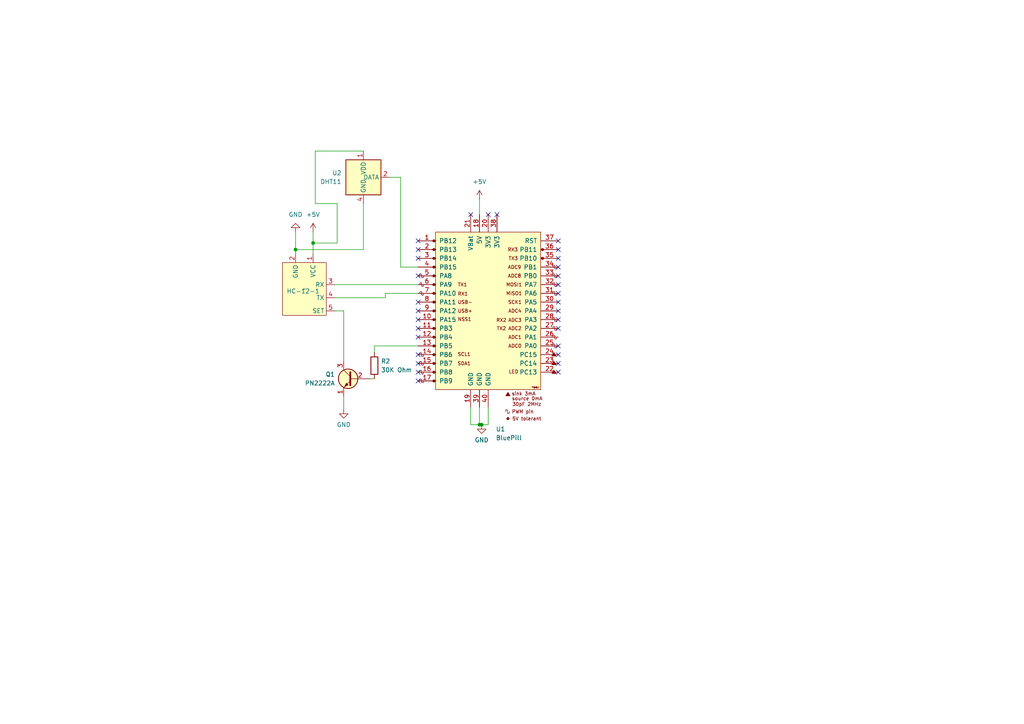
<source format=kicad_sch>
(kicad_sch (version 20230121) (generator eeschema)
  (paper "A4")
  (lib_symbols
    (symbol "Device:R" (pin_numbers hide) (pin_names (offset 0))
      (property "Reference" "R" (at 2.032 0 90))
      (property "Value" "R" (at 0 0 90))
      (symbol "R_0_1"
        (rectangle (start -1.016 -2.54) (end 1.016 2.54) (stroke (width 0.254)))
      )
      (symbol "R_1_1"
        (pin passive line (at 0 3.81 270) (length 1.27) (name "~") (number "1"))
        (pin passive line (at 0 -3.81 90) (length 1.27) (name "~") (number "2"))
      )
    )
    (symbol "PCM_Transistor_BJT_AKL:PN2222A" (pin_names hide)
      (property "Reference" "Q" (at 5.08 1.27 0))
      (property "Value" "PN2222A" (at 5.08 -1.27 0))
      (symbol "PN2222A_0_1"
        (polyline (pts (xy 0.635 0.635) (xy 2.54 2.54)))
        (polyline (pts (xy 0.635 -0.635) (xy 2.54 -2.54) (xy 2.54 -2.54)))
        (polyline (pts (xy 0.635 1.905) (xy 0.635 -1.905) (xy 0.635 -1.905)) (stroke (width 0.508)))
        (polyline (pts (xy 1.27 -1.778) (xy 1.778 -1.27) (xy 2.286 -2.286) (xy 1.27 -1.778) (xy 1.27 -1.778)) (fill (type outline)))
        (circle (center 1.27 0) (radius 2.8194) (stroke (width 0.254)) (fill (type background)))
      )
      (symbol "PN2222A_1_1"
        (pin passive line (at 2.54 -5.08 90) (length 2.54) (name "E") (number "1"))
        (pin passive line (at -5.08 0 0) (length 5.715) (name "B") (number "2"))
        (pin passive line (at 2.54 5.08 270) (length 2.54) (name "C") (number "3"))
      )
    )
    (symbol "Sensor:DHT11"
      (property "Reference" "U" (at -3.81 6.35 0))
      (property "Value" "DHT11" (at 3.81 6.35 0))
      (symbol "DHT11_0_1"
        (rectangle (start -5.08 5.08) (end 5.08 -5.08) (stroke (width 0.254)) (fill (type background)))
      )
      (symbol "DHT11_1_1"
        (pin power_in line (at 0 7.62 270) (length 2.54) (name "VDD") (number "1"))
        (pin bidirectional line (at 7.62 0 180) (length 2.54) (name "DATA") (number "2"))
        (pin no_connect line (at -5.08 0 0) (length 2.54) hide (name "NC") (number "3"))
        (pin power_in line (at 0 -7.62 90) (length 2.54) (name "GND") (number "4"))
      )
    )
    (symbol "power:+5V" (power) (pin_names (offset 0))
      (property "Value" "+5V" (at 0 3.556 0))
      (symbol "+5V_0_1"
        (polyline (pts (xy -0.762 1.27) (xy 0 2.54)))
        (polyline (pts (xy 0 0) (xy 0 2.54)))
        (polyline (pts (xy 0 2.54) (xy 0.762 1.27)))
      )
      (symbol "+5V_1_1"
        (pin power_in line (at 0 0 90) (length 0) hide (name "+5V") (number "1"))
      )
    )
    (symbol "power:GND" (power) (pin_names (offset 0))
      (property "Value" "GND" (at 0 -3.81 0))
      (symbol "GND_0_1"
        (polyline (pts (xy 0 0) (xy 0 -1.27) (xy 1.27 -1.27) (xy 0 -2.54) (xy -1.27 -1.27) (xy 0 -1.27)))
      )
      (symbol "GND_1_1"
        (pin power_in line (at 0 0 270) (length 0) hide (name "GND") (number "1"))
      )
    )
    (symbol "stm32_modules:BluePill" (pin_names (offset 1.016))
      (property "Reference" "U" (at -13.97 24.13 0))
      (property "Value" "BluePill" (at 0 6.35 90))
      (symbol "BluePill_0_0"
        (circle (center -15.748 -20.32) (radius 0.3556) (fill (type outline)))
        (circle (center -15.748 -17.78) (radius 0.3556) (fill (type outline)))
        (circle (center -15.748 -15.24) (radius 0.3556) (fill (type outline)))
        (circle (center -15.748 -12.7) (radius 0.3556) (fill (type outline)))
        (circle (center -15.748 -10.16) (radius 0.3556) (fill (type outline)))
        (circle (center -15.748 -7.62) (radius 0.3556) (fill (type outline)))
        (circle (center -15.748 -5.08) (radius 0.3556) (fill (type outline)))
        (circle (center -15.748 -2.54) (radius 0.3556) (fill (type outline)))
        (circle (center -15.748 0) (radius 0.3556) (fill (type outline)))
        (circle (center -15.748 2.54) (radius 0.3556) (fill (type outline)))
        (circle (center -15.748 5.08) (radius 0.3556) (fill (type outline)))
        (circle (center -15.748 7.62) (radius 0.3556) (fill (type outline)))
        (circle (center -15.748 10.16) (radius 0.3556) (fill (type outline)))
        (circle (center -15.748 12.7) (radius 0.3556) (fill (type outline)))
        (circle (center -15.748 15.24) (radius 0.3556) (fill (type outline)))
        (circle (center -15.748 20.32) (radius 0.3556) (fill (type outline)))
        (polyline (pts (xy 5.08 -24.638) (xy 5.715 -23.622) (xy 6.35 -24.638) (xy 5.08 -24.638) (xy 5.715 -23.749) (xy 6.223 -24.638) (xy 5.207 -24.511) (xy 5.715 -23.876) (xy 6.096 -24.638) (xy 5.334 -24.384) (xy 5.842 -24.003) (xy 5.969 -24.638) (xy 5.461 -24.257) (xy 5.969 -24.13) (xy 5.842 -24.511) (xy 5.588 -24.257) (xy 5.842 -24.384) (xy 5.715 -24.13)))
        (polyline (pts (xy 18.415 -18.161) (xy 19.05 -17.145) (xy 19.685 -18.161) (xy 18.415 -18.161) (xy 19.05 -17.272) (xy 19.558 -18.161) (xy 18.542 -18.034) (xy 19.05 -17.399) (xy 19.431 -18.161) (xy 18.669 -17.907) (xy 19.177 -17.526) (xy 19.304 -18.161) (xy 18.796 -17.78) (xy 19.304 -17.653) (xy 19.177 -18.034) (xy 18.923 -17.78) (xy 19.177 -17.907) (xy 19.05 -17.653)))
        (polyline (pts (xy 18.415 -15.621) (xy 19.05 -14.605) (xy 19.685 -15.621) (xy 18.415 -15.621) (xy 19.05 -14.732) (xy 19.558 -15.621) (xy 18.542 -15.494) (xy 19.05 -14.859) (xy 19.431 -15.621) (xy 18.669 -15.367) (xy 19.177 -14.986) (xy 19.304 -15.621) (xy 18.796 -15.24) (xy 19.304 -15.113) (xy 19.177 -15.494) (xy 18.923 -15.24) (xy 19.177 -15.367) (xy 19.05 -15.113)))
        (polyline (pts (xy 18.415 -13.081) (xy 19.05 -12.065) (xy 19.685 -13.081) (xy 18.415 -13.081) (xy 19.05 -12.192) (xy 19.558 -13.081) (xy 18.542 -12.954) (xy 19.05 -12.319) (xy 19.431 -13.081) (xy 18.669 -12.827) (xy 19.177 -12.446) (xy 19.304 -13.081) (xy 18.796 -12.7) (xy 19.304 -12.573) (xy 19.177 -12.954) (xy 18.923 -12.7) (xy 19.177 -12.827) (xy 19.05 -12.573)))
        (circle (center 5.715 -31.242) (radius 0.127) (fill (type outline)))
        (circle (center 5.715 -31.242) (radius 0.254))
        (circle (center 5.715 -31.242) (radius 0.3556))
        (circle (center 15.748 15.24) (radius 0.254) (fill (type outline)))
        (circle (center 15.748 15.24) (radius 0.3556))
        (circle (center 15.748 17.78) (radius 0.254) (fill (type outline)))
        (circle (center 15.748 17.78) (radius 0.3556))
        (text "30pF 2MHz" (at 11.176 -27.051 0) (effects (font (size 0.9906 0.9906))))
        (text "5V tolerant" (at 11.176 -31.242 0) (effects (font (size 0.9906 0.9906))))
        (text "ADC0" (at 7.747 -10.16 0) (effects (font (size 0.9906 0.9906))))
        (text "ADC1" (at 7.747 -7.62 0) (effects (font (size 0.9906 0.9906))))
        (text "ADC2" (at 7.747 -5.08 0) (effects (font (size 0.9906 0.9906))))
        (text "ADC3" (at 7.747 -2.667 0) (effects (font (size 0.9906 0.9906))))
        (text "ADC4" (at 7.747 0 0) (effects (font (size 0.9906 0.9906))))
        (text "ADC8" (at 7.62 10.16 0) (effects (font (size 0.9906 0.9906))))
        (text "ADC9" (at 7.62 12.7 0) (effects (font (size 0.9906 0.9906))))
        (text "LED" (at 7.366 -17.653 0) (effects (font (size 0.9906 0.9906))))
        (text "MISO1" (at 7.493 5.08 0) (effects (font (size 0.9906 0.9906))))
        (text "MOSI1" (at 7.493 7.62 0) (effects (font (size 0.9906 0.9906))))
        (text "NSS1" (at -6.858 -2.413 0) (effects (font (size 0.9906 0.9906))))
        (text "PWM pin" (at 10.033 -29.21 0) (effects (font (size 0.9906 0.9906))))
        (text "RX1" (at -7.366 4.953 0) (effects (font (size 0.9906 0.9906))))
        (text "RX2" (at 3.81 -2.667 0) (effects (font (size 0.9906 0.9906))))
        (text "RX3" (at 7.112 17.78 0) (effects (font (size 0.9906 0.9906))))
        (text "SCK1" (at 7.747 2.54 0) (effects (font (size 0.9906 0.9906))))
        (text "SCL1" (at -6.985 -12.573 0) (effects (font (size 0.9906 0.9906))))
        (text "SDA1" (at -6.985 -15.24 0) (effects (font (size 0.9906 0.9906))))
        (text "sink 3mA" (at 10.287 -24.003 0) (effects (font (size 0.9906 0.9906))))
        (text "source 0mA" (at 11.303 -25.4 0) (effects (font (size 0.9906 0.9906))))
        (text "TX1" (at -7.493 7.62 0) (effects (font (size 0.9906 0.9906))))
        (text "TX2" (at 3.81 -5.08 0) (effects (font (size 0.9906 0.9906))))
        (text "TX3" (at 7.239 15.24 0) (effects (font (size 0.9906 0.9906))))
        (text "USB+" (at -6.731 0 0) (effects (font (size 0.9906 0.9906))))
        (text "USB-" (at -6.731 2.54 0) (effects (font (size 0.9906 0.9906))))
        (text "Y@@J" (at 13.6906 -22.1488 0) (effects (font (size 0.508 0.508))))
      )
      (symbol "BluePill_0_1"
        (rectangle (start -15.24 22.86) (end 15.24 -22.86) (fill (type background)))
        (polyline (pts (xy -18.796 -20.32) (xy -18.796 -20.828) (xy -19.304 -20.828) (xy -19.304 -19.812) (xy -19.812 -19.812) (xy -19.812 -20.32)))
        (polyline (pts (xy -18.796 -17.78) (xy -18.796 -18.288) (xy -19.304 -18.288) (xy -19.304 -17.272) (xy -19.812 -17.272) (xy -19.812 -17.78)))
        (polyline (pts (xy -18.796 -15.24) (xy -18.796 -15.748) (xy -19.304 -15.748) (xy -19.304 -14.732) (xy -19.812 -14.732) (xy -19.812 -15.24)))
        (polyline (pts (xy -18.796 -12.7) (xy -18.796 -13.208) (xy -19.304 -13.208) (xy -19.304 -12.192) (xy -19.812 -12.192) (xy -19.812 -12.7)))
        (polyline (pts (xy -18.796 5.08) (xy -18.796 4.572) (xy -19.304 4.572) (xy -19.304 5.588) (xy -19.812 5.588) (xy -19.812 5.08)))
        (polyline (pts (xy -18.796 7.62) (xy -18.796 7.112) (xy -19.304 7.112) (xy -19.304 8.128) (xy -19.812 8.128) (xy -19.812 7.62)))
        (polyline (pts (xy -18.796 10.16) (xy -18.796 9.652) (xy -19.304 9.652) (xy -19.304 10.668) (xy -19.812 10.668) (xy -19.812 10.16)))
        (polyline (pts (xy 6.096 -29.21) (xy 6.096 -29.718) (xy 5.588 -29.718) (xy 5.588 -28.702) (xy 5.08 -28.702) (xy 5.08 -29.21)))
        (polyline (pts (xy 19.812 -10.16) (xy 19.812 -10.668) (xy 19.304 -10.668) (xy 19.304 -9.652) (xy 18.796 -9.652) (xy 18.796 -10.16)))
        (polyline (pts (xy 19.812 -7.62) (xy 19.812 -8.128) (xy 19.304 -8.128) (xy 19.304 -7.112) (xy 18.796 -7.112) (xy 18.796 -7.62)))
        (polyline (pts (xy 19.812 -5.08) (xy 19.812 -5.588) (xy 19.304 -5.588) (xy 19.304 -4.572) (xy 18.796 -4.572) (xy 18.796 -5.08)))
        (polyline (pts (xy 19.812 -2.54) (xy 19.812 -3.048) (xy 19.304 -3.048) (xy 19.304 -2.032) (xy 18.796 -2.032) (xy 18.796 -2.54)))
        (polyline (pts (xy 19.812 5.08) (xy 19.812 4.572) (xy 19.304 4.572) (xy 19.304 5.588) (xy 18.796 5.588) (xy 18.796 5.08)))
        (polyline (pts (xy 19.812 7.62) (xy 19.812 7.112) (xy 19.304 7.112) (xy 19.304 8.128) (xy 18.796 8.128) (xy 18.796 7.62)))
        (polyline (pts (xy 19.812 10.16) (xy 19.812 9.652) (xy 19.304 9.652) (xy 19.304 10.668) (xy 18.796 10.668) (xy 18.796 10.16)))
        (polyline (pts (xy 19.812 12.7) (xy 19.812 12.192) (xy 19.304 12.192) (xy 19.304 13.208) (xy 18.796 13.208) (xy 18.796 12.7)))
      )
      (symbol "BluePill_1_1"
        (circle (center -15.748 17.78) (radius 0.3556) (fill (type outline)))
        (pin bidirectional line (at -20.32 20.32 0) (length 5.08) (name "PB12") (number "1"))
        (pin bidirectional line (at -20.32 -2.54 0) (length 5.08) (name "PA15") (number "10"))
        (pin bidirectional line (at -20.32 -5.08 0) (length 5.08) (name "PB3") (number "11"))
        (pin bidirectional line (at -20.32 -7.62 0) (length 5.08) (name "PB4") (number "12"))
        (pin bidirectional line (at -20.32 -10.16 0) (length 5.08) (name "PB5") (number "13"))
        (pin bidirectional line (at -20.32 -12.7 0) (length 5.08) (name "PB6") (number "14"))
        (pin bidirectional line (at -20.32 -15.24 0) (length 5.08) (name "PB7") (number "15"))
        (pin bidirectional line (at -20.32 -17.78 0) (length 5.08) (name "PB8") (number "16"))
        (pin bidirectional line (at -20.32 -20.32 0) (length 5.08) (name "PB9") (number "17"))
        (pin power_in line (at -2.54 27.94 270) (length 5.08) (name "5V") (number "18"))
        (pin power_in line (at -5.08 -27.94 90) (length 5.08) (name "GND") (number "19"))
        (pin bidirectional line (at -20.32 17.78 0) (length 5.08) (name "PB13") (number "2"))
        (pin power_in line (at 0 27.94 270) (length 5.08) (name "3V3") (number "20"))
        (pin power_in line (at -5.08 27.94 270) (length 5.08) (name "VBat") (number "21"))
        (pin bidirectional line (at 20.32 -17.78 180) (length 5.08) (name "PC13") (number "22"))
        (pin bidirectional line (at 20.32 -15.24 180) (length 5.08) (name "PC14") (number "23"))
        (pin bidirectional line (at 20.32 -12.7 180) (length 5.08) (name "PC15") (number "24"))
        (pin bidirectional line (at 20.32 -10.16 180) (length 5.08) (name "PA0") (number "25"))
        (pin bidirectional line (at 20.32 -7.62 180) (length 5.08) (name "PA1") (number "26"))
        (pin bidirectional line (at 20.32 -5.08 180) (length 5.08) (name "PA2") (number "27"))
        (pin bidirectional line (at 20.32 -2.54 180) (length 5.08) (name "PA3") (number "28"))
        (pin bidirectional line (at 20.32 0 180) (length 5.08) (name "PA4") (number "29"))
        (pin bidirectional line (at -20.32 15.24 0) (length 5.08) (name "PB14") (number "3"))
        (pin bidirectional line (at 20.32 2.54 180) (length 5.08) (name "PA5") (number "30"))
        (pin bidirectional line (at 20.32 5.08 180) (length 5.08) (name "PA6") (number "31"))
        (pin bidirectional line (at 20.32 7.62 180) (length 5.08) (name "PA7") (number "32"))
        (pin bidirectional line (at 20.32 10.16 180) (length 5.08) (name "PB0") (number "33"))
        (pin bidirectional line (at 20.32 12.7 180) (length 5.08) (name "PB1") (number "34"))
        (pin bidirectional line (at 20.32 15.24 180) (length 5.08) (name "PB10") (number "35"))
        (pin bidirectional line (at 20.32 17.78 180) (length 5.08) (name "PB11") (number "36"))
        (pin input line (at 20.32 20.32 180) (length 5.08) (name "RST") (number "37"))
        (pin power_in line (at 2.54 27.94 270) (length 5.08) (name "3V3") (number "38"))
        (pin power_in line (at -2.54 -27.94 90) (length 5.08) (name "GND") (number "39"))
        (pin bidirectional line (at -20.32 12.7 0) (length 5.08) (name "PB15") (number "4"))
        (pin power_in line (at 0 -27.94 90) (length 5.08) (name "GND") (number "40"))
        (pin bidirectional line (at -20.32 10.16 0) (length 5.08) (name "PA8") (number "5"))
        (pin bidirectional line (at -20.32 7.62 0) (length 5.08) (name "PA9") (number "6"))
        (pin bidirectional line (at -20.32 5.08 0) (length 5.08) (name "PA10") (number "7"))
        (pin bidirectional line (at -20.32 2.54 0) (length 5.08) (name "PA11") (number "8"))
        (pin bidirectional line (at -20.32 0 0) (length 5.08) (name "PA12") (number "9"))
      )
    )
    (symbol "wireless_modules:HC-12"
      (property "Reference" "HC-12-" (at 0 0 0))
      (symbol "HC-12_1_1"
        (rectangle (start -6.35 7.62) (end 6.35 -7.62) (fill (type background)))
        (pin power_in line (at -2.54 10.16 270) (length 2.54) (name "VCC") (number "1"))
        (pin power_in line (at 2.54 10.16 270) (length 2.54) (name "GND") (number "2"))
        (pin input line (at -8.89 1.27 0) (length 2.54) (name "RX") (number "3"))
        (pin output line (at -8.89 -2.54 0) (length 2.54) (name "TX") (number "4"))
        (pin input line (at -8.89 -6.35 0) (length 2.54) (name "SET") (number "5"))
      )
    )
  )
  (junction (at 85.725 72.39))
  (junction (at 139.7 123.19))
  (junction (at 139.065 123.19))
  (junction (at 90.805 70.485))
  (no_connect (at 161.925 77.47))
  (no_connect (at 121.285 80.01))
  (no_connect (at 121.285 102.87))
  (no_connect (at 121.285 69.85))
  (no_connect (at 121.285 107.95))
  (no_connect (at 161.925 87.63))
  (no_connect (at 161.925 95.25))
  (no_connect (at 161.925 92.71))
  (no_connect (at 161.925 102.87))
  (no_connect (at 121.285 90.17))
  (no_connect (at 161.925 82.55))
  (no_connect (at 161.925 74.93))
  (no_connect (at 161.925 105.41))
  (no_connect (at 141.605 62.23))
  (no_connect (at 161.925 100.33))
  (no_connect (at 121.285 110.49))
  (no_connect (at 161.925 72.39))
  (no_connect (at 121.285 72.39))
  (no_connect (at 161.925 107.95))
  (no_connect (at 121.285 95.25))
  (no_connect (at 121.285 105.41))
  (no_connect (at 161.925 85.09))
  (no_connect (at 121.285 87.63))
  (no_connect (at 121.285 97.79))
  (no_connect (at 144.145 62.23))
  (no_connect (at 161.925 69.85))
  (no_connect (at 161.925 90.17))
  (no_connect (at 121.285 74.93))
  (no_connect (at 136.525 62.23))
  (no_connect (at 121.285 92.71))
  (no_connect (at 161.925 80.01))
  (wire (pts (xy 90.805 67.31) (xy 90.805 70.485)))
  (wire (pts (xy 111.76 86.36) (xy 111.76 85.09)))
  (wire (pts (xy 91.44 59.055) (xy 97.79 59.055)))
  (wire (pts (xy 97.79 70.485) (xy 90.805 70.485)))
  (wire (pts (xy 136.525 118.11) (xy 136.525 123.19)))
  (wire (pts (xy 85.725 72.39) (xy 85.725 73.66)))
  (wire (pts (xy 97.155 82.55) (xy 121.285 82.55)))
  (wire (pts (xy 105.41 59.055) (xy 105.41 72.39)))
  (wire (pts (xy 107.315 109.855) (xy 108.585 109.855)))
  (wire (pts (xy 108.585 100.33) (xy 108.585 102.235)))
  (wire (pts (xy 99.695 114.935) (xy 99.695 118.745)))
  (wire (pts (xy 136.525 123.19) (xy 139.065 123.19)))
  (wire (pts (xy 85.725 67.31) (xy 85.725 72.39)))
  (wire (pts (xy 139.065 123.19) (xy 139.7 123.19)))
  (wire (pts (xy 105.41 72.39) (xy 85.725 72.39)))
  (wire (pts (xy 111.76 85.09) (xy 121.285 85.09)))
  (wire (pts (xy 108.585 100.33) (xy 121.285 100.33)))
  (wire (pts (xy 105.41 43.815) (xy 91.44 43.815)))
  (wire (pts (xy 121.285 77.47) (xy 116.205 77.47)))
  (wire (pts (xy 97.79 59.055) (xy 97.79 70.485)))
  (wire (pts (xy 139.065 57.785) (xy 139.065 62.23)))
  (wire (pts (xy 97.155 86.36) (xy 111.76 86.36)))
  (wire (pts (xy 116.205 51.435) (xy 113.03 51.435)))
  (wire (pts (xy 116.205 77.47) (xy 116.205 51.435)))
  (wire (pts (xy 139.065 118.11) (xy 139.065 123.19)))
  (wire (pts (xy 91.44 43.815) (xy 91.44 59.055)))
  (wire (pts (xy 99.695 90.17) (xy 99.695 104.775)))
  (wire (pts (xy 141.605 118.11) (xy 141.605 123.19)))
  (wire (pts (xy 97.155 90.17) (xy 99.695 90.17)))
  (wire (pts (xy 139.7 123.19) (xy 141.605 123.19)))
  (wire (pts (xy 90.805 70.485) (xy 90.805 73.66)))
  (symbol (lib_id "wireless_modules:HC-12") (at 88.265 83.82 0) (mirror y) (unit 1)
    (property "Reference" "HC-12-1" (at 92.71 84.455 0) (effects (justify left)))
    (property "Value" "~" (at 88.265 83.82 0))
  )
  (symbol (lib_id "stm32_modules:BluePill") (at 141.605 90.17 0) (unit 1)
    (property "Reference" "U1" (at 143.7991 124.46 0) (effects (justify left)))
    (property "Value" "BluePill" (at 143.7991 127 0) (effects (justify left)))
  )
  (symbol (lib_id "power:+5V") (at 90.805 67.31 0) (unit 1)
    (property "Reference" "#PWR03" (effects hide))
    (property "Value" "+5V" (at 90.805 62.23 0))
  )
  (symbol (lib_id "Device:R") (at 108.585 106.045 0) (unit 1)
    (property "Reference" "R2" (at 110.49 104.775 0) (effects (justify left)))
    (property "Value" "30K Ohm" (at 110.49 107.315 0) (effects (justify left)))
  )
  (symbol (lib_id "PCM_Transistor_BJT_AKL:PN2222A") (at 102.235 109.855 0) (mirror y) (unit 1)
    (property "Reference" "Q1" (at 97.155 108.585 0) (effects (justify left)))
    (property "Value" "PN2222A" (at 97.155 111.125 0) (effects (justify left)))
    (property "Footprint" "Package_TO_SOT_THT_AKL:TO-92_Inline_Wide_EBC" (effects hide))
    (property "Datasheet" "https://www.tme.eu/Document/6fc4d4bda1f7e53502c9939019a00d3f/PN2222ABU.pdf" (effects hide))
  )
  (symbol (lib_id "power:+5V") (at 139.065 57.785 0) (unit 1)
    (property "Reference" "#PWR04" (effects hide))
    (property "Value" "+5V" (at 139.065 52.705 0))
  )
  (symbol (lib_id "Sensor:DHT11") (at 105.41 51.435 0) (unit 1)
    (property "Reference" "U2" (at 99.06 50.165 0) (effects (justify right)))
    (property "Value" "DHT11" (at 99.06 52.705 0) (effects (justify right)))
    (property "Footprint" "Sensor:Aosong_DHT11_5.5x12.0_P2.54mm" (effects hide))
    (property "Datasheet" "http://akizukidenshi.com/download/ds/aosong/DHT11.pdf" (effects hide))
  )
  (symbol (lib_id "power:GND") (at 139.7 123.19 0) (unit 1)
    (property "Reference" "#PWR05" (effects hide))
    (property "Value" "GND" (at 139.7 127.635 0))
  )
  (symbol (lib_id "power:GND") (at 85.725 67.31 180) (unit 1)
    (property "Reference" "#PWR02" (effects hide))
    (property "Value" "GND" (at 85.725 62.23 0))
  )
  (symbol (lib_id "power:GND") (at 99.695 118.745 0) (unit 1)
    (property "Reference" "#PWR01" (effects hide))
    (property "Value" "GND" (at 99.695 123.19 0))
  )
)
</source>
